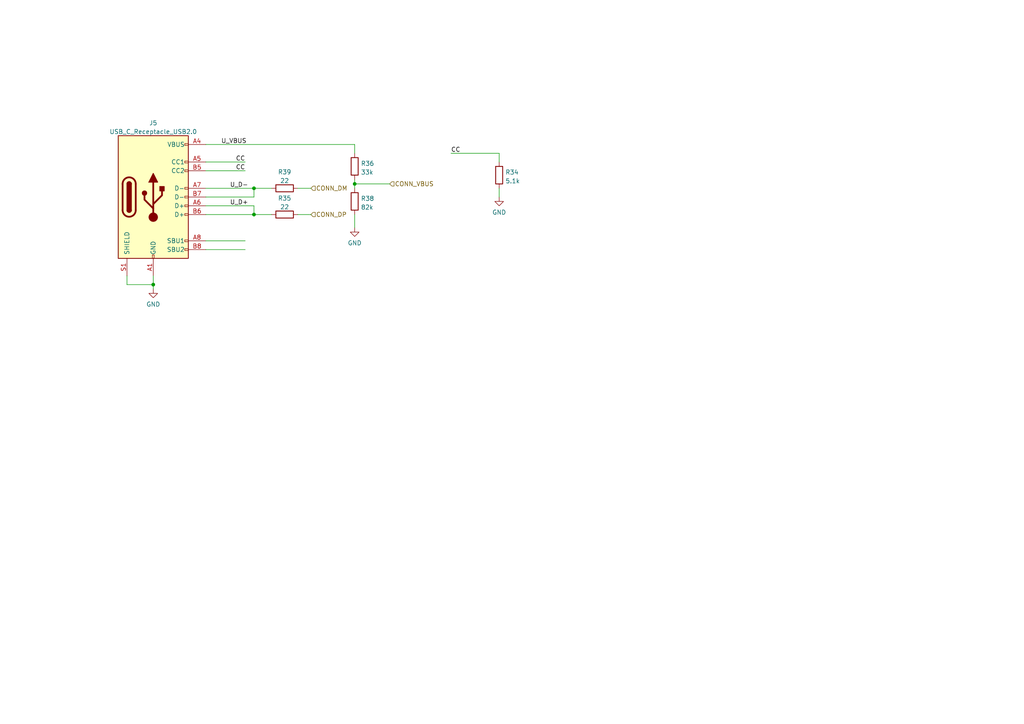
<source format=kicad_sch>
(kicad_sch (version 20211123) (generator eeschema)
  (paper "A4")
  (lib_symbols
    (symbol "Connector:USB_C_Receptacle_USB2.0" (pin_names (offset 1.016))
      (property "Reference" "J" (at -10.16 19.05 0))
      (property "Value" "USB_C_Receptacle_USB2.0" (at 19.05 19.05 0))
      (symbol "USB_C_Receptacle_USB2.0_0_0"
        (rectangle (start -0.254 -17.78) (end 0.254 -16.764))
        (rectangle (start 10.16 -14.986) (end 9.144 -15.494))
        (rectangle (start 10.16 -12.446) (end 9.144 -12.954))
        (rectangle (start 10.16 -4.826) (end 9.144 -5.334))
        (rectangle (start 10.16 -2.286) (end 9.144 -2.794))
        (rectangle (start 10.16 0.254) (end 9.144 -0.254))
        (rectangle (start 10.16 2.794) (end 9.144 2.286))
        (rectangle (start 10.16 7.874) (end 9.144 7.366))
        (rectangle (start 10.16 10.414) (end 9.144 9.906))
        (rectangle (start 10.16 15.494) (end 9.144 14.986))
      )
      (symbol "USB_C_Receptacle_USB2.0_0_1"
        (rectangle (start -10.16 17.78) (end 10.16 -17.78) (stroke (width 0.254)) (fill (type background)))
        (arc (start -8.89 -3.81) (mid -6.985 -5.715) (end -5.08 -3.81) (stroke (width 0.508)))
        (arc (start -7.62 -3.81) (mid -6.985 -4.445) (end -6.35 -3.81) (stroke (width 0.254)))
        (arc (start -7.62 -3.81) (mid -6.985 -4.445) (end -6.35 -3.81) (stroke (width 0.254)) (fill (type outline)))
        (rectangle (start -7.62 -3.81) (end -6.35 3.81) (stroke (width 0.254)) (fill (type outline)))
        (arc (start -6.35 3.81) (mid -6.985 4.445) (end -7.62 3.81) (stroke (width 0.254)))
        (arc (start -6.35 3.81) (mid -6.985 4.445) (end -7.62 3.81) (stroke (width 0.254)) (fill (type outline)))
        (arc (start -5.08 3.81) (mid -6.985 5.715) (end -8.89 3.81) (stroke (width 0.508)))
        (circle (center -2.54 1.143) (radius 0.635) (stroke (width 0.254)) (fill (type outline)))
        (circle (center 0 -5.842) (radius 1.27) (fill (type outline)))
        (polyline (pts (xy -8.89 -3.81) (xy -8.89 3.81)) (stroke (width 0.508)))
        (polyline (pts (xy -5.08 3.81) (xy -5.08 -3.81)) (stroke (width 0.508)))
        (polyline (pts (xy 0 -5.842) (xy 0 4.318)) (stroke (width 0.508)))
        (polyline (pts (xy 0 -3.302) (xy -2.54 -0.762) (xy -2.54 0.508)) (stroke (width 0.508)))
        (polyline (pts (xy 0 -2.032) (xy 2.54 0.508) (xy 2.54 1.778)) (stroke (width 0.508)))
        (polyline (pts (xy -1.27 4.318) (xy 0 6.858) (xy 1.27 4.318) (xy -1.27 4.318)) (stroke (width 0.254)) (fill (type outline)))
        (rectangle (start 1.905 1.778) (end 3.175 3.048) (stroke (width 0.254)) (fill (type outline)))
      )
      (symbol "USB_C_Receptacle_USB2.0_1_1"
        (pin passive line (at 0 -22.86 90) (length 5.08) (name "GND") (number "A1"))
        (pin passive line (at 0 -22.86 90) (length 5.08) hide (name "GND") (number "A12"))
        (pin passive line (at 15.24 15.24 180) (length 5.08) (name "VBUS") (number "A4"))
        (pin bidirectional line (at 15.24 10.16 180) (length 5.08) (name "CC1") (number "A5"))
        (pin bidirectional line (at 15.24 -2.54 180) (length 5.08) (name "D+") (number "A6"))
        (pin bidirectional line (at 15.24 2.54 180) (length 5.08) (name "D-") (number "A7"))
        (pin bidirectional line (at 15.24 -12.7 180) (length 5.08) (name "SBU1") (number "A8"))
        (pin passive line (at 15.24 15.24 180) (length 5.08) hide (name "VBUS") (number "A9"))
        (pin passive line (at 0 -22.86 90) (length 5.08) hide (name "GND") (number "B1"))
        (pin passive line (at 0 -22.86 90) (length 5.08) hide (name "GND") (number "B12"))
        (pin passive line (at 15.24 15.24 180) (length 5.08) hide (name "VBUS") (number "B4"))
        (pin bidirectional line (at 15.24 7.62 180) (length 5.08) (name "CC2") (number "B5"))
        (pin bidirectional line (at 15.24 -5.08 180) (length 5.08) (name "D+") (number "B6"))
        (pin bidirectional line (at 15.24 0 180) (length 5.08) (name "D-") (number "B7"))
        (pin bidirectional line (at 15.24 -15.24 180) (length 5.08) (name "SBU2") (number "B8"))
        (pin passive line (at 15.24 15.24 180) (length 5.08) hide (name "VBUS") (number "B9"))
        (pin passive line (at -7.62 -22.86 90) (length 5.08) (name "SHIELD") (number "S1"))
      )
    )
    (symbol "Device:R" (pin_numbers hide) (pin_names (offset 0))
      (property "Reference" "R" (at 2.032 0 90))
      (property "Value" "R" (at 0 0 90))
      (symbol "R_0_1"
        (rectangle (start -1.016 -2.54) (end 1.016 2.54) (stroke (width 0.254)))
      )
      (symbol "R_1_1"
        (pin passive line (at 0 3.81 270) (length 1.27) (name "~") (number "1"))
        (pin passive line (at 0 -3.81 90) (length 1.27) (name "~") (number "2"))
      )
    )
    (symbol "power:GND" (power) (pin_names (offset 0))
      (property "Value" "GND" (at 0 -3.81 0))
      (symbol "GND_0_1"
        (polyline (pts (xy 0 0) (xy 0 -1.27) (xy 1.27 -1.27) (xy 0 -2.54) (xy -1.27 -1.27) (xy 0 -1.27)))
      )
      (symbol "GND_1_1"
        (pin power_in line (at 0 0 270) (length 0) hide (name "GND") (number "1"))
      )
    )
  )
  (junction (at 73.66 62.23))
  (junction (at 44.45 82.55))
  (junction (at 73.66 54.61))
  (junction (at 102.87 53.34))
  (wire (pts (xy 102.87 53.34) (xy 113.03 53.34)))
  (wire (pts (xy 59.69 62.23) (xy 73.66 62.23)))
  (wire (pts (xy 59.69 46.99) (xy 71.12 46.99)))
  (wire (pts (xy 44.45 82.55) (xy 44.45 83.82)))
  (wire (pts (xy 86.36 62.23) (xy 90.17 62.23)))
  (wire (pts (xy 86.36 54.61) (xy 90.17 54.61)))
  (wire (pts (xy 102.87 62.23) (xy 102.87 66.04)))
  (wire (pts (xy 36.83 82.55) (xy 44.45 82.55)))
  (wire (pts (xy 73.66 57.15) (xy 73.66 54.61)))
  (wire (pts (xy 59.69 72.39) (xy 71.12 72.39)))
  (wire (pts (xy 102.87 52.07) (xy 102.87 53.34)))
  (wire (pts (xy 36.83 80.01) (xy 36.83 82.55)))
  (wire (pts (xy 102.87 41.91) (xy 102.87 44.45)))
  (wire (pts (xy 102.87 53.34) (xy 102.87 54.61)))
  (wire (pts (xy 59.69 54.61) (xy 73.66 54.61)))
  (wire (pts (xy 144.78 54.61) (xy 144.78 57.15)))
  (wire (pts (xy 59.69 59.69) (xy 73.66 59.69)))
  (wire (pts (xy 59.69 69.85) (xy 71.12 69.85)))
  (wire (pts (xy 73.66 59.69) (xy 73.66 62.23)))
  (wire (pts (xy 59.69 41.91) (xy 102.87 41.91)))
  (wire (pts (xy 59.69 49.53) (xy 71.12 49.53)))
  (wire (pts (xy 44.45 80.01) (xy 44.45 82.55)))
  (wire (pts (xy 130.81 44.45) (xy 144.78 44.45)))
  (wire (pts (xy 144.78 44.45) (xy 144.78 46.99)))
  (wire (pts (xy 73.66 54.61) (xy 78.74 54.61)))
  (wire (pts (xy 59.69 57.15) (xy 73.66 57.15)))
  (wire (pts (xy 73.66 62.23) (xy 78.74 62.23)))
  (label "U_VBUS" (at 64.135 41.91 0))
  (label "CC" (at 71.12 46.99 180))
  (label "U_D-" (at 66.675 54.61 0))
  (label "U_D+" (at 66.675 59.69 0))
  (label "CC" (at 130.81 44.45 0))
  (label "CC" (at 71.12 49.53 180))
  (hierarchical_label "CONN_DP" (shape input) (at 90.17 62.23 0))
  (hierarchical_label "CONN_DM" (shape input) (at 90.17 54.61 0))
  (hierarchical_label "CONN_VBUS" (shape input) (at 113.03 53.34 0))
  (symbol (lib_id "Connector:USB_C_Receptacle_USB2.0") (at 44.45 57.15 0) (unit 1)
    (property "Reference" "J5" (at 44.45 35.6702 0))
    (property "Value" "USB_C_Receptacle_USB2.0" (at 44.45 38.2071 0))
    (property "Footprint" "Connector_USB:USB_C_Receptacle_Palconn_UTC16-G" (effects hide))
    (property "Datasheet" "https://datasheet.lcsc.com/lcsc/2204151015_HCTL-HC-TYPE-C-16P-01A-O_C2997434.pdf" (effects hide))
    (property "JLCPCB" "Extended" (effects hide))
    (property "LCSC" "C2997434" (effects hide))
  )
  (symbol (lib_id "power:GND") (at 44.45 83.82 0) (unit 1)
    (property "Reference" "#PWR095" (effects hide))
    (property "Value" "GND" (at 44.45 88.2634 0))
  )
  (symbol (lib_id "Device:R") (at 102.87 58.42 0) (unit 1)
    (property "Reference" "R38" (at 104.648 57.5853 0) (effects (justify left)))
    (property "Value" "82k" (at 104.648 60.1222 0) (effects (justify left)))
    (property "Footprint" "Resistor_SMD:R_0603_1608Metric" (effects hide))
    (property "LCSC" "C23254" (effects hide))
    (property "JLCPCB" "Basic" (effects hide))
  )
  (symbol (lib_id "Device:R") (at 144.78 50.8 0) (unit 1)
    (property "Reference" "R34" (at 146.558 49.9653 0) (effects (justify left)))
    (property "Value" "5.1k" (at 146.558 52.5022 0) (effects (justify left)))
    (property "Footprint" "Resistor_SMD:R_0603_1608Metric" (effects hide))
    (property "JLCPCB" "Basic" (effects hide))
    (property "LCSC" "C23186" (effects hide))
  )
  (symbol (lib_id "power:GND") (at 102.87 66.04 0) (unit 1)
    (property "Reference" "#PWR096" (effects hide))
    (property "Value" "GND" (at 102.87 70.4834 0))
  )
  (symbol (lib_id "Device:R") (at 102.87 48.26 0) (unit 1)
    (property "Reference" "R36" (at 104.648 47.4253 0) (effects (justify left)))
    (property "Value" "33k" (at 104.648 49.9622 0) (effects (justify left)))
    (property "Footprint" "Resistor_SMD:R_0603_1608Metric" (effects hide))
    (property "JLCPCB" "Basic" (effects hide))
    (property "LCSC" "C4216" (effects hide))
  )
  (symbol (lib_id "power:GND") (at 144.78 57.15 0) (unit 1)
    (property "Reference" "#PWR097" (effects hide))
    (property "Value" "GND" (at 144.78 61.5934 0))
  )
  (symbol (lib_id "Device:R") (at 82.55 62.23 90) (unit 1)
    (property "Reference" "R35" (at 82.55 57.5142 90))
    (property "Value" "22" (at 82.55 60.0511 90))
    (property "Footprint" "Resistor_SMD:R_0603_1608Metric" (effects hide))
    (property "LCSC" "C23345" (effects hide))
    (property "JLCPCB" "Basic" (effects hide))
  )
  (symbol (lib_id "Device:R") (at 82.55 54.61 90) (unit 1)
    (property "Reference" "R39" (at 82.55 49.8942 90))
    (property "Value" "22" (at 82.55 52.4311 90))
    (property "Footprint" "Resistor_SMD:R_0603_1608Metric" (effects hide))
    (property "LCSC" "C23345" (effects hide))
    (property "JLCPCB" "Basic" (effects hide))
  )
)
</source>
